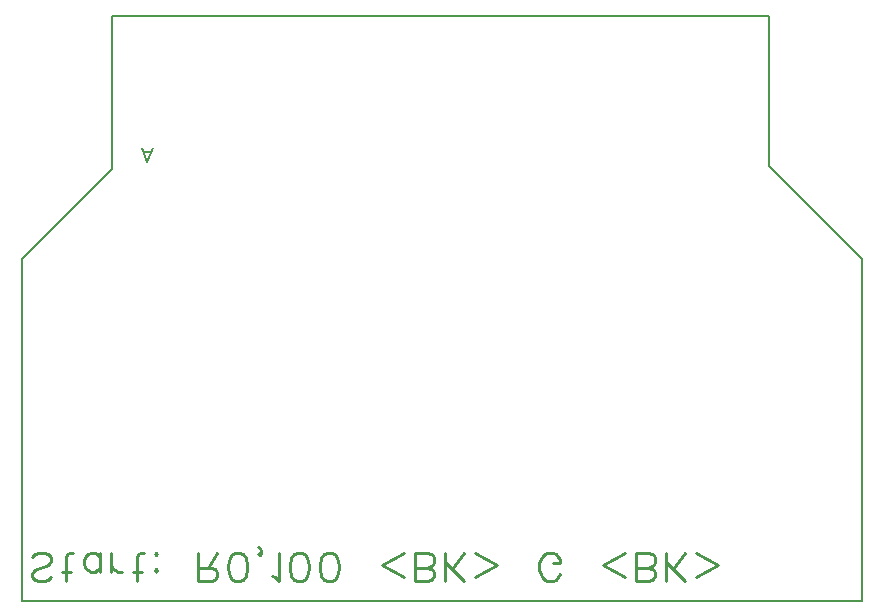
<source format=gbo>
G04 FreePCB version 1.200*
G04 \\DISKSTATION\museum\Computers\RK86\Clones\Apogey BK-01\RomDisk\My\CAM\bottom_silk.grb*
G04 bottom silk layer *
G04 Scale: 100 percent, Rotated: No, Reflected: No *
%FSLAX26Y26*%
%MOIN*%
%LNTop*%
%ADD10C,0.005000*%
%ADD11C,0.007000*%
%ADD12C,0.010000*%
G90*
G70D02*

G04 ----------------------- Draw board outline (positive)*
%LPD*%
G54D10*
G01X2310000Y4140000D02*
G01X4490000Y4140000D01*
G04 end of side 1*
G01X4490000Y3640000D01*
G04 end of side 2*
G01X4800000Y3330000D01*
G04 end of side 3*
G01X4800000Y2190000D01*
G04 end of side 4*
G01X2000000Y2190000D01*
G04 end of side 5*
G01X2000000Y3330000D01*
G04 end of side 6*
G01X2300000Y3630000D01*
G04 end of side 7*
G01X2300000Y4140000D01*
G04 end of side 8*
G01X2320000Y4140000D01*
G04 end of side 9*
G01X2310000Y4140000D01*

G04 -------------- Draw Parts, Pads, Traces, Vias and Text (positive)*
%LPD*%
G04 Draw part D1*
G04 Draw part B*
G04 Draw part A*
G04 draw part outline for part A*
G04 draw reference designator for part A*
G54D11*
G01X2418181Y3652272D02*
G01X2400000Y3700000D01*
G01X2418181Y3652272D02*
G01X2436363Y3700000D01*
G01X2429545Y3684090D02*
G01X2406818Y3684090D01*
G04 Draw part D2*
G04 Draw part C1*
G04 Draw part C2*

G04 Draw traces*

G04 Draw Text*
G54D12*
G01X4247272Y2268181D02*
G01X4320000Y2309090D01*
G01X4320000Y2309090D02*
G01X4247272Y2350000D01*
G01X4147272Y2254545D02*
G01X4147272Y2350000D01*
G01X4210909Y2254545D02*
G01X4147272Y2318181D01*
G01X4170000Y2295454D02*
G01X4210909Y2350000D01*
G01X4047272Y2254545D02*
G01X4047272Y2350000D01*
G01X4047272Y2254545D02*
G01X4088181Y2254545D01*
G01X4088181Y2254545D02*
G01X4101818Y2259090D01*
G01X4101818Y2259090D02*
G01X4106363Y2263636D01*
G01X4106363Y2263636D02*
G01X4110909Y2272727D01*
G01X4110909Y2272727D02*
G01X4110909Y2281818D01*
G01X4110909Y2281818D02*
G01X4106363Y2290909D01*
G01X4106363Y2290909D02*
G01X4101818Y2295454D01*
G01X4101818Y2295454D02*
G01X4088181Y2300000D01*
G01X4047272Y2300000D02*
G01X4088181Y2300000D01*
G01X4088181Y2300000D02*
G01X4101818Y2304545D01*
G01X4101818Y2304545D02*
G01X4106363Y2309090D01*
G01X4106363Y2309090D02*
G01X4110909Y2318181D01*
G01X4110909Y2318181D02*
G01X4110909Y2331818D01*
G01X4110909Y2331818D02*
G01X4106363Y2340909D01*
G01X4106363Y2340909D02*
G01X4101818Y2345454D01*
G01X4101818Y2345454D02*
G01X4088181Y2350000D01*
G01X4088181Y2350000D02*
G01X4047272Y2350000D01*
G01X4010909Y2268181D02*
G01X3938181Y2309090D01*
G01X3938181Y2309090D02*
G01X4010909Y2350000D01*
G01X3792727Y2277272D02*
G01X3788181Y2268181D01*
G01X3788181Y2268181D02*
G01X3779090Y2259090D01*
G01X3779090Y2259090D02*
G01X3770000Y2254545D01*
G01X3770000Y2254545D02*
G01X3751818Y2254545D01*
G01X3751818Y2254545D02*
G01X3742727Y2259090D01*
G01X3742727Y2259090D02*
G01X3733636Y2268181D01*
G01X3733636Y2268181D02*
G01X3729090Y2277272D01*
G01X3729090Y2277272D02*
G01X3724545Y2290909D01*
G01X3724545Y2290909D02*
G01X3724545Y2313636D01*
G01X3724545Y2313636D02*
G01X3729090Y2327272D01*
G01X3729090Y2327272D02*
G01X3733636Y2336363D01*
G01X3733636Y2336363D02*
G01X3742727Y2345454D01*
G01X3742727Y2345454D02*
G01X3751818Y2350000D01*
G01X3751818Y2350000D02*
G01X3770000Y2350000D01*
G01X3770000Y2350000D02*
G01X3779090Y2345454D01*
G01X3779090Y2345454D02*
G01X3788181Y2336363D01*
G01X3788181Y2336363D02*
G01X3792727Y2327272D01*
G01X3792727Y2327272D02*
G01X3792727Y2313636D01*
G01X3770000Y2313636D02*
G01X3792727Y2313636D01*
G01X3510909Y2268181D02*
G01X3583636Y2309090D01*
G01X3583636Y2309090D02*
G01X3510909Y2350000D01*
G01X3410909Y2254545D02*
G01X3410909Y2350000D01*
G01X3474545Y2254545D02*
G01X3410909Y2318181D01*
G01X3433636Y2295454D02*
G01X3474545Y2350000D01*
G01X3310909Y2254545D02*
G01X3310909Y2350000D01*
G01X3310909Y2254545D02*
G01X3351818Y2254545D01*
G01X3351818Y2254545D02*
G01X3365454Y2259090D01*
G01X3365454Y2259090D02*
G01X3370000Y2263636D01*
G01X3370000Y2263636D02*
G01X3374545Y2272727D01*
G01X3374545Y2272727D02*
G01X3374545Y2281818D01*
G01X3374545Y2281818D02*
G01X3370000Y2290909D01*
G01X3370000Y2290909D02*
G01X3365454Y2295454D01*
G01X3365454Y2295454D02*
G01X3351818Y2300000D01*
G01X3310909Y2300000D02*
G01X3351818Y2300000D01*
G01X3351818Y2300000D02*
G01X3365454Y2304545D01*
G01X3365454Y2304545D02*
G01X3370000Y2309090D01*
G01X3370000Y2309090D02*
G01X3374545Y2318181D01*
G01X3374545Y2318181D02*
G01X3374545Y2331818D01*
G01X3374545Y2331818D02*
G01X3370000Y2340909D01*
G01X3370000Y2340909D02*
G01X3365454Y2345454D01*
G01X3365454Y2345454D02*
G01X3351818Y2350000D01*
G01X3351818Y2350000D02*
G01X3310909Y2350000D01*
G01X3274545Y2268181D02*
G01X3201818Y2309090D01*
G01X3201818Y2309090D02*
G01X3274545Y2350000D01*
G01X3020000Y2254545D02*
G01X3006363Y2259090D01*
G01X3006363Y2259090D02*
G01X2997272Y2272727D01*
G01X2997272Y2272727D02*
G01X2992727Y2295454D01*
G01X2992727Y2295454D02*
G01X2992727Y2309090D01*
G01X2992727Y2309090D02*
G01X2997272Y2331818D01*
G01X2997272Y2331818D02*
G01X3006363Y2345454D01*
G01X3006363Y2345454D02*
G01X3020000Y2350000D01*
G01X3020000Y2350000D02*
G01X3029090Y2350000D01*
G01X3029090Y2350000D02*
G01X3042727Y2345454D01*
G01X3042727Y2345454D02*
G01X3051818Y2331818D01*
G01X3051818Y2331818D02*
G01X3056363Y2309090D01*
G01X3056363Y2309090D02*
G01X3056363Y2295454D01*
G01X3056363Y2295454D02*
G01X3051818Y2272727D01*
G01X3051818Y2272727D02*
G01X3042727Y2259090D01*
G01X3042727Y2259090D02*
G01X3029090Y2254545D01*
G01X3029090Y2254545D02*
G01X3020000Y2254545D01*
G01X2920000Y2254545D02*
G01X2906363Y2259090D01*
G01X2906363Y2259090D02*
G01X2897272Y2272727D01*
G01X2897272Y2272727D02*
G01X2892727Y2295454D01*
G01X2892727Y2295454D02*
G01X2892727Y2309090D01*
G01X2892727Y2309090D02*
G01X2897272Y2331818D01*
G01X2897272Y2331818D02*
G01X2906363Y2345454D01*
G01X2906363Y2345454D02*
G01X2920000Y2350000D01*
G01X2920000Y2350000D02*
G01X2929090Y2350000D01*
G01X2929090Y2350000D02*
G01X2942727Y2345454D01*
G01X2942727Y2345454D02*
G01X2951818Y2331818D01*
G01X2951818Y2331818D02*
G01X2956363Y2309090D01*
G01X2956363Y2309090D02*
G01X2956363Y2295454D01*
G01X2956363Y2295454D02*
G01X2951818Y2272727D01*
G01X2951818Y2272727D02*
G01X2942727Y2259090D01*
G01X2942727Y2259090D02*
G01X2929090Y2254545D01*
G01X2929090Y2254545D02*
G01X2920000Y2254545D01*
G01X2833636Y2272727D02*
G01X2842727Y2268181D01*
G01X2842727Y2268181D02*
G01X2856363Y2254545D01*
G01X2856363Y2254545D02*
G01X2856363Y2350000D01*
G01X2797272Y2345454D02*
G01X2792727Y2350000D01*
G01X2792727Y2350000D02*
G01X2788181Y2345454D01*
G01X2788181Y2345454D02*
G01X2792727Y2340909D01*
G01X2792727Y2340909D02*
G01X2797272Y2345454D01*
G01X2797272Y2345454D02*
G01X2797272Y2354545D01*
G01X2797272Y2354545D02*
G01X2792727Y2363636D01*
G01X2792727Y2363636D02*
G01X2788181Y2368181D01*
G01X2715454Y2254545D02*
G01X2701818Y2259090D01*
G01X2701818Y2259090D02*
G01X2692727Y2272727D01*
G01X2692727Y2272727D02*
G01X2688181Y2295454D01*
G01X2688181Y2295454D02*
G01X2688181Y2309090D01*
G01X2688181Y2309090D02*
G01X2692727Y2331818D01*
G01X2692727Y2331818D02*
G01X2701818Y2345454D01*
G01X2701818Y2345454D02*
G01X2715454Y2350000D01*
G01X2715454Y2350000D02*
G01X2724545Y2350000D01*
G01X2724545Y2350000D02*
G01X2738181Y2345454D01*
G01X2738181Y2345454D02*
G01X2747272Y2331818D01*
G01X2747272Y2331818D02*
G01X2751818Y2309090D01*
G01X2751818Y2309090D02*
G01X2751818Y2295454D01*
G01X2751818Y2295454D02*
G01X2747272Y2272727D01*
G01X2747272Y2272727D02*
G01X2738181Y2259090D01*
G01X2738181Y2259090D02*
G01X2724545Y2254545D01*
G01X2724545Y2254545D02*
G01X2715454Y2254545D01*
G01X2588181Y2254545D02*
G01X2588181Y2350000D01*
G01X2588181Y2254545D02*
G01X2629090Y2254545D01*
G01X2629090Y2254545D02*
G01X2642727Y2259090D01*
G01X2642727Y2259090D02*
G01X2647272Y2263636D01*
G01X2647272Y2263636D02*
G01X2651818Y2272727D01*
G01X2651818Y2272727D02*
G01X2651818Y2281818D01*
G01X2651818Y2281818D02*
G01X2647272Y2290909D01*
G01X2647272Y2290909D02*
G01X2642727Y2295454D01*
G01X2642727Y2295454D02*
G01X2629090Y2300000D01*
G01X2629090Y2300000D02*
G01X2588181Y2300000D01*
G01X2620000Y2300000D02*
G01X2651818Y2350000D01*
G01X2447272Y2286363D02*
G01X2442727Y2290909D01*
G01X2442727Y2290909D02*
G01X2447272Y2295454D01*
G01X2447272Y2295454D02*
G01X2451818Y2290909D01*
G01X2451818Y2290909D02*
G01X2447272Y2286363D01*
G01X2447272Y2340909D02*
G01X2442727Y2345454D01*
G01X2442727Y2345454D02*
G01X2447272Y2350000D01*
G01X2447272Y2350000D02*
G01X2451818Y2345454D01*
G01X2451818Y2345454D02*
G01X2447272Y2340909D01*
G01X2383636Y2254545D02*
G01X2383636Y2331818D01*
G01X2383636Y2331818D02*
G01X2388181Y2345454D01*
G01X2388181Y2345454D02*
G01X2397272Y2350000D01*
G01X2397272Y2350000D02*
G01X2406363Y2350000D01*
G01X2370000Y2286363D02*
G01X2401818Y2286363D01*
G01X2297272Y2286363D02*
G01X2297272Y2350000D01*
G01X2297272Y2313636D02*
G01X2301818Y2300000D01*
G01X2301818Y2300000D02*
G01X2310909Y2290909D01*
G01X2310909Y2290909D02*
G01X2320000Y2286363D01*
G01X2320000Y2286363D02*
G01X2333636Y2286363D01*
G01X2260909Y2286363D02*
G01X2260909Y2350000D01*
G01X2260909Y2300000D02*
G01X2251818Y2290909D01*
G01X2251818Y2290909D02*
G01X2242727Y2286363D01*
G01X2242727Y2286363D02*
G01X2229090Y2286363D01*
G01X2229090Y2286363D02*
G01X2220000Y2290909D01*
G01X2220000Y2290909D02*
G01X2210909Y2300000D01*
G01X2210909Y2300000D02*
G01X2206363Y2313636D01*
G01X2206363Y2313636D02*
G01X2206363Y2322727D01*
G01X2206363Y2322727D02*
G01X2210909Y2336363D01*
G01X2210909Y2336363D02*
G01X2220000Y2345454D01*
G01X2220000Y2345454D02*
G01X2229090Y2350000D01*
G01X2229090Y2350000D02*
G01X2242727Y2350000D01*
G01X2242727Y2350000D02*
G01X2251818Y2345454D01*
G01X2251818Y2345454D02*
G01X2260909Y2336363D01*
G01X2147272Y2254545D02*
G01X2147272Y2331818D01*
G01X2147272Y2331818D02*
G01X2151818Y2345454D01*
G01X2151818Y2345454D02*
G01X2160909Y2350000D01*
G01X2160909Y2350000D02*
G01X2170000Y2350000D01*
G01X2133636Y2286363D02*
G01X2165454Y2286363D01*
G01X2097272Y2268181D02*
G01X2088181Y2259090D01*
G01X2088181Y2259090D02*
G01X2074545Y2254545D01*
G01X2074545Y2254545D02*
G01X2056363Y2254545D01*
G01X2056363Y2254545D02*
G01X2042727Y2259090D01*
G01X2042727Y2259090D02*
G01X2033636Y2268181D01*
G01X2033636Y2268181D02*
G01X2033636Y2277272D01*
G01X2033636Y2277272D02*
G01X2038181Y2286363D01*
G01X2038181Y2286363D02*
G01X2042727Y2290909D01*
G01X2042727Y2290909D02*
G01X2051818Y2295454D01*
G01X2051818Y2295454D02*
G01X2079090Y2304545D01*
G01X2079090Y2304545D02*
G01X2088181Y2309090D01*
G01X2088181Y2309090D02*
G01X2092727Y2313636D01*
G01X2092727Y2313636D02*
G01X2097272Y2322727D01*
G01X2097272Y2322727D02*
G01X2097272Y2336363D01*
G01X2097272Y2336363D02*
G01X2088181Y2345454D01*
G01X2088181Y2345454D02*
G01X2074545Y2350000D01*
G01X2074545Y2350000D02*
G01X2056363Y2350000D01*
G01X2056363Y2350000D02*
G01X2042727Y2345454D01*
G01X2042727Y2345454D02*
G01X2033636Y2336363D01*
M00*
M02*

</source>
